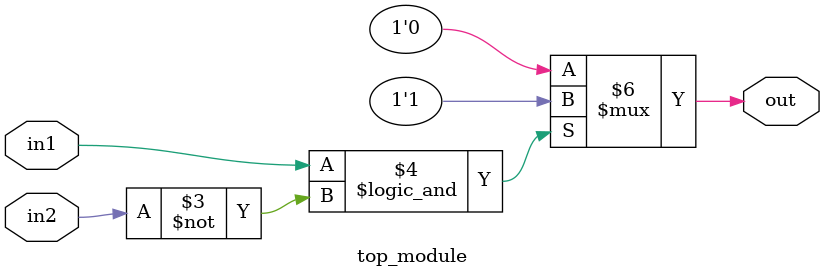
<source format=sv>
module top_module (
	input in1,
	input in2,
	output logic out
);
  
  always_comb begin
    if (in1 == 1'b1 && in2 == 1'b0) begin
      out = 1'b1;
    end else begin
      out = 1'b0;
    end
  end
  
endmodule

</source>
